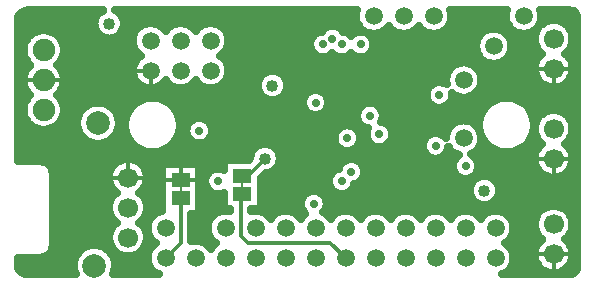
<source format=gbr>
G04 DipTrace 3.0.0.2*
G04 Bottom[GND].gbr*
%MOIN*%
G04 #@! TF.FileFunction,Copper,L4,Bot*
G04 #@! TF.Part,Single*
%ADD16C,0.059055*%
%ADD28C,0.066929*%
%ADD29C,0.074803*%
%ADD32C,0.07874*%
G04 #@! TA.AperFunction,CopperBalancing*
%ADD14C,0.012992*%
%ADD19C,0.025*%
%ADD42R,0.063X0.046*%
%ADD43R,0.008X0.025*%
G04 #@! TA.AperFunction,ViaPad*
%ADD46C,0.027559*%
%ADD48C,0.04*%
%FSLAX26Y26*%
G04*
G70*
G90*
G75*
G01*
G04 Bottom_Plane*
%LPD*%
X1193785Y775010D2*
D14*
X1212537D1*
X1268793Y831266D1*
X993718Y900024D2*
X1006265D1*
X1287545Y975031D2*
X1278167Y965653D1*
X1762450Y1012471D2*
X1765612Y1009310D1*
X1850104Y950029D2*
Y968829D1*
X1112526Y700001D2*
X1109400Y703127D1*
X1106276Y700003D1*
X2031223Y1306173D2*
D16*
X1931223D1*
X987475Y699921D2*
D14*
Y549923D1*
X937474Y499921D1*
X1193785Y715010D2*
X1187474D1*
Y575045D1*
X1212531Y549987D1*
X1487408D1*
X1537474Y499921D1*
D46*
X1850104Y1043789D3*
D48*
X1293724Y1074924D3*
D46*
X1431310Y681251D3*
D48*
X993718Y900024D3*
X1287545Y975031D3*
D46*
X1762450Y1012471D3*
X1850104Y950029D3*
D48*
X1112526Y700001D3*
D46*
X1525232Y756258D3*
X1618824Y974848D3*
X1462240Y1212556D3*
D3*
X1650083Y912525D3*
X1543701Y899970D3*
X1112526Y756258D3*
X1493736Y1231308D3*
X1525232Y1212556D3*
D48*
X1999974Y724924D3*
D46*
X1556728Y787512D3*
D48*
X749988Y1281314D3*
D46*
X1937450Y806220D3*
X1588224Y1212424D3*
X1437474Y1018673D3*
X1050020Y925026D3*
X1837451Y874971D3*
D48*
X1268793Y831266D3*
X449268Y1301234D2*
D19*
X702470D1*
X797509D2*
X1570146D1*
X1892285D2*
X2070146D1*
X2192285D2*
X2307500D1*
X448096Y1276365D2*
X698466D1*
X801465D2*
X856524D1*
X918408D2*
X956524D1*
X1018408D2*
X1056524D1*
X1118408D2*
X1578056D1*
X1884374D2*
X2078056D1*
X2277490D2*
X2307841D1*
X448096Y1251496D2*
X495585D1*
X566845D2*
X708281D1*
X791698D2*
X832549D1*
X1142382D2*
X1441436D1*
X1546045D2*
X1567705D1*
X1655273D2*
X1707157D1*
X1755273D2*
X1807157D1*
X1855273D2*
X1991289D1*
X2071436D2*
X2107157D1*
X2155273D2*
X2169512D1*
X2293261D2*
X2307841D1*
X448096Y1226627D2*
X470781D1*
X591650D2*
X826249D1*
X1148730D2*
X1419072D1*
X1631348D2*
X1973710D1*
X2089013D2*
X2166337D1*
X448096Y1201758D2*
X462559D1*
X599902D2*
X830937D1*
X1143993D2*
X1418096D1*
X1632421D2*
X1970293D1*
X2092480D2*
X2173564D1*
X2289209D2*
X2307841D1*
X448096Y1176890D2*
X464218D1*
X598241D2*
X851104D1*
X1123828D2*
X1435673D1*
X1614990D2*
X1978008D1*
X2084765D2*
X2185820D1*
X2276953D2*
X2307841D1*
X448096Y1152021D2*
X476689D1*
X585741D2*
X832841D1*
X1142138D2*
X1920829D1*
X1941860D2*
X2006328D1*
X2056396D2*
X2169706D1*
X2293066D2*
X2307841D1*
X448096Y1127152D2*
X471073D1*
X591357D2*
X826249D1*
X1148730D2*
X1880449D1*
X1982226D2*
X2166337D1*
X448096Y1102283D2*
X462656D1*
X599804D2*
X830741D1*
X1144238D2*
X1250273D1*
X1337157D2*
X1870684D1*
X1991992D2*
X2173320D1*
X2289501D2*
X2307841D1*
X448096Y1077415D2*
X464119D1*
X598340D2*
X850370D1*
X924560D2*
X950370D1*
X1024560D2*
X1050370D1*
X1124560D2*
X1242021D1*
X1345409D2*
X1820781D1*
X1990282D2*
X2196806D1*
X2265966D2*
X2307841D1*
X448096Y1052546D2*
X476249D1*
X586181D2*
X1247344D1*
X1340088D2*
X1408428D1*
X1466504D2*
X1805497D1*
X1975732D2*
X2307841D1*
X448096Y1027677D2*
X471416D1*
X591064D2*
X855058D1*
X932470D2*
X1277324D1*
X1310108D2*
X1392900D1*
X1482030D2*
X1807696D1*
X1892480D2*
X2036454D1*
X2113818D2*
X2307841D1*
X448096Y1002808D2*
X462656D1*
X599756D2*
X666142D1*
X758837D2*
X821513D1*
X966016D2*
X1395000D1*
X1479980D2*
X1583622D1*
X1654052D2*
X1834501D1*
X1865722D2*
X2002861D1*
X2147362D2*
X2307841D1*
X448096Y977940D2*
X463924D1*
X598486D2*
X647294D1*
X777685D2*
X806524D1*
X981005D2*
X1421122D1*
X1453857D2*
X1573417D1*
X1664257D2*
X1987870D1*
X2162353D2*
X2186944D1*
X2275488D2*
X2307841D1*
X448096Y953071D2*
X475860D1*
X586572D2*
X641436D1*
X783545D2*
X800370D1*
X987157D2*
X1014873D1*
X1085156D2*
X1579228D1*
X1666992D2*
X1903496D1*
X1959228D2*
X1981718D1*
X2292480D2*
X2307841D1*
X448096Y928202D2*
X516240D1*
X546192D2*
X644950D1*
X780029D2*
X801249D1*
X986280D2*
X1004575D1*
X1095409D2*
X1508720D1*
X1578661D2*
X1607500D1*
X1692676D2*
X1877276D1*
X448096Y903333D2*
X659697D1*
X765282D2*
X809306D1*
X978173D2*
X1010381D1*
X1089697D2*
X1498320D1*
X1589112D2*
X1605529D1*
X1694629D2*
X1802617D1*
X2159570D2*
X2172538D1*
X2289941D2*
X2307841D1*
X448096Y878465D2*
X827373D1*
X960156D2*
X1252226D1*
X1285352D2*
X1503936D1*
X1583446D2*
X1621269D1*
X1678857D2*
X1792070D1*
X1988525D2*
X2008720D1*
X2141504D2*
X2187529D1*
X2274902D2*
X2307841D1*
X448096Y853596D2*
X876592D1*
X910937D2*
X1222392D1*
X1315185D2*
X1797588D1*
X1877294D2*
X1892867D1*
X1969873D2*
X2057940D1*
X2092333D2*
X2170146D1*
X2292285D2*
X2307841D1*
X448096Y828727D2*
X791680D1*
X833252D2*
X1213213D1*
X1320458D2*
X1541874D1*
X1571581D2*
X1898272D1*
X1976612D2*
X2166045D1*
X556348Y803858D2*
X758037D1*
X866944D2*
X924248D1*
X1050732D2*
X1130546D1*
X1312206D2*
X1514433D1*
X1599024D2*
X1891972D1*
X1982909D2*
X2172294D1*
X2290185D2*
X2307841D1*
X563720Y778989D2*
X748125D1*
X876856D2*
X924248D1*
X1050732D2*
X1073516D1*
X1269580D2*
X1486210D1*
X1601416D2*
X1901640D1*
X1973241D2*
X2193925D1*
X2268505D2*
X2307841D1*
X563720Y754121D2*
X749004D1*
X875976D2*
X924248D1*
X1050732D2*
X1067067D1*
X1257030D2*
X1479765D1*
X1586377D2*
X1957793D1*
X2042138D2*
X2307841D1*
X563720Y729252D2*
X761260D1*
X863720D2*
X924248D1*
X1050732D2*
X1076542D1*
X1257030D2*
X1489238D1*
X1561230D2*
X1948417D1*
X2051513D2*
X2307841D1*
X563720Y704383D2*
X758378D1*
X866601D2*
X924248D1*
X1050732D2*
X1130546D1*
X1257030D2*
X1392509D1*
X1470068D2*
X1952714D1*
X2047217D2*
X2307841D1*
X563720Y679514D2*
X748222D1*
X876757D2*
X924248D1*
X1050732D2*
X1130546D1*
X1257030D2*
X1385820D1*
X1476806D2*
X1978398D1*
X2021533D2*
X2307841D1*
X563720Y654646D2*
X748857D1*
X876073D2*
X913554D1*
X1050732D2*
X1113554D1*
X1261425D2*
X1313554D1*
X1361425D2*
X1395000D1*
X1467626D2*
X1513554D1*
X1561425D2*
X1613554D1*
X1661425D2*
X1713554D1*
X1761425D2*
X1813554D1*
X1861425D2*
X1913554D1*
X1961425D2*
X2013554D1*
X2061425D2*
X2182353D1*
X2280077D2*
X2307841D1*
X563720Y629777D2*
X760869D1*
X864112D2*
X884356D1*
X1025732D2*
X1084356D1*
X2090625D2*
X2168437D1*
X2293993D2*
X2307841D1*
X563720Y604908D2*
X758769D1*
X1025732D2*
X1076396D1*
X2098534D2*
X2166484D1*
X563720Y580039D2*
X748320D1*
X1025732D2*
X1079668D1*
X2095264D2*
X2175029D1*
X2287450D2*
X2307841D1*
X563720Y555171D2*
X748760D1*
X876220D2*
X896856D1*
X1060009D2*
X1096856D1*
X2078076D2*
X2182841D1*
X2279589D2*
X2307841D1*
X561572Y530302D2*
X656865D1*
X743066D2*
X760429D1*
X864550D2*
X884648D1*
X2090282D2*
X2168633D1*
X2293848D2*
X2307841D1*
X539794Y505433D2*
X635966D1*
X763965D2*
X876445D1*
X2098486D2*
X2166386D1*
X448096Y480564D2*
X629081D1*
X770849D2*
X879472D1*
X2095458D2*
X2174688D1*
X2287744D2*
X2307841D1*
X456982Y455695D2*
X631621D1*
X768310D2*
X896269D1*
X2078710D2*
X2201982D1*
X2260449D2*
X2303301D1*
X2293919Y1226378D2*
X2292379Y1216657D1*
X2289337Y1207299D1*
X2284870Y1198530D1*
X2279087Y1190570D1*
X2272127Y1183610D1*
X2269213Y1181312D1*
X2275899Y1175487D1*
X2282350Y1167861D1*
X2287509Y1159307D1*
X2291245Y1150042D1*
X2293462Y1140302D1*
X2294112Y1131298D1*
X2293316Y1121340D1*
X2290949Y1111635D1*
X2287072Y1102429D1*
X2281782Y1093955D1*
X2275213Y1086429D1*
X2267533Y1080042D1*
X2258936Y1074954D1*
X2249640Y1071297D1*
X2239882Y1069161D1*
X2229908Y1068604D1*
X2219972Y1069635D1*
X2210325Y1072232D1*
X2201214Y1076327D1*
X2192869Y1081818D1*
X2185501Y1088563D1*
X2179298Y1096392D1*
X2174416Y1105109D1*
X2170982Y1114488D1*
X2169079Y1124295D1*
X2168757Y1134279D1*
X2170025Y1144188D1*
X2172850Y1153769D1*
X2177161Y1162781D1*
X2182849Y1170993D1*
X2189768Y1178198D1*
X2193551Y1181299D1*
X2187054Y1186953D1*
X2180664Y1194437D1*
X2175521Y1202827D1*
X2171756Y1211919D1*
X2169458Y1221487D1*
X2168686Y1231298D1*
X2169458Y1241109D1*
X2171756Y1250677D1*
X2175521Y1259769D1*
X2180664Y1268159D1*
X2187054Y1275643D1*
X2194538Y1282033D1*
X2202928Y1287176D1*
X2212020Y1290941D1*
X2221588Y1293239D1*
X2231399Y1294010D1*
X2241210Y1293239D1*
X2250778Y1290941D1*
X2259870Y1287176D1*
X2268260Y1282033D1*
X2275744Y1275643D1*
X2282134Y1268159D1*
X2287277Y1259769D1*
X2291042Y1250677D1*
X2293340Y1241109D1*
X2294112Y1231298D1*
X2293919Y1226378D1*
X2293887Y509924D2*
X2292696Y500005D1*
X2289944Y490402D1*
X2285702Y481358D1*
X2280079Y473102D1*
X2273215Y465844D1*
X2265287Y459766D1*
X2256493Y455026D1*
X2247060Y451743D1*
X2237224Y449997D1*
X2227236Y449837D1*
X2217349Y451264D1*
X2207814Y454243D1*
X2198873Y458698D1*
X2190753Y464517D1*
X2183660Y471551D1*
X2177774Y479622D1*
X2173244Y488525D1*
X2170185Y498034D1*
X2168675Y507909D1*
X2168751Y517898D1*
X2170413Y527748D1*
X2173618Y537210D1*
X2178285Y546042D1*
X2184295Y554021D1*
X2191495Y560945D1*
X2193377Y562424D1*
X2186879Y568077D1*
X2180490Y575562D1*
X2175346Y583951D1*
X2171581Y593043D1*
X2169283Y602612D1*
X2168512Y612423D1*
X2169283Y622234D1*
X2171581Y631802D1*
X2175346Y640894D1*
X2180490Y649283D1*
X2186879Y656768D1*
X2194364Y663157D1*
X2202753Y668300D1*
X2211845Y672066D1*
X2221413Y674363D1*
X2231224Y675135D1*
X2241035Y674363D1*
X2250604Y672066D1*
X2259696Y668300D1*
X2268085Y663157D1*
X2275570Y656768D1*
X2281959Y649283D1*
X2287102Y640894D1*
X2290867Y631802D1*
X2293165Y622234D1*
X2293937Y612423D1*
X2293165Y602612D1*
X2290867Y593043D1*
X2287102Y583951D1*
X2281959Y575562D1*
X2275570Y568077D1*
X2269038Y562437D1*
X2275724Y556612D1*
X2282176Y548986D1*
X2287335Y540432D1*
X2291071Y531167D1*
X2293287Y521426D1*
X2293937Y512423D1*
X2293887Y509924D1*
X984852Y936609D2*
X982609Y922447D1*
X978178Y908812D1*
X971669Y896037D1*
X963241Y884437D1*
X953104Y874299D1*
X941504Y865871D1*
X928728Y859362D1*
X915093Y854932D1*
X900932Y852689D1*
X886593D1*
X872432Y854932D1*
X858797Y859362D1*
X846021Y865871D1*
X834421Y874299D1*
X824283Y884437D1*
X815856Y896037D1*
X809346Y908812D1*
X804916Y922447D1*
X802673Y936609D1*
Y950947D1*
X804916Y965109D1*
X809346Y978744D1*
X815856Y991520D1*
X824283Y1003119D1*
X834421Y1013257D1*
X846021Y1021685D1*
X858797Y1028194D1*
X872432Y1032625D1*
X886593Y1034867D1*
X900932D1*
X915093Y1032625D1*
X928728Y1028194D1*
X941504Y1021685D1*
X953104Y1013257D1*
X963241Y1003119D1*
X971669Y991520D1*
X978178Y978744D1*
X982609Y965109D1*
X984852Y950947D1*
Y936609D1*
X2166211D2*
X2163969Y922447D1*
X2159538Y908812D1*
X2153029Y896037D1*
X2144601Y884437D1*
X2134463Y874299D1*
X2122864Y865871D1*
X2110088Y859362D1*
X2096453Y854932D1*
X2082291Y852689D1*
X2067953D1*
X2053791Y854932D1*
X2040156Y859362D1*
X2027381Y865871D1*
X2015781Y874299D1*
X2005643Y884437D1*
X1997215Y896037D1*
X1990706Y908812D1*
X1986276Y922447D1*
X1984033Y936609D1*
Y950947D1*
X1986276Y965109D1*
X1990706Y978744D1*
X1997215Y991520D1*
X2005643Y1003119D1*
X2015781Y1013257D1*
X2027381Y1021685D1*
X2040156Y1028194D1*
X2053791Y1032625D1*
X2067953Y1034867D1*
X2082291D1*
X2096453Y1032625D1*
X2110088Y1028194D1*
X2122864Y1021685D1*
X2134463Y1013257D1*
X2144601Y1003119D1*
X2153029Y991520D1*
X2159538Y978744D1*
X2163969Y965109D1*
X2166211Y950947D1*
Y936609D1*
X875007Y563819D2*
X873467Y554098D1*
X870425Y544740D1*
X865958Y535971D1*
X860175Y528010D1*
X853215Y521051D1*
X845255Y515268D1*
X836486Y510800D1*
X827127Y507758D1*
X817407Y506219D1*
X807567D1*
X797846Y507758D1*
X788488Y510800D1*
X779719Y515268D1*
X771759Y521051D1*
X764799Y528010D1*
X759016Y535971D1*
X754549Y544740D1*
X751507Y554098D1*
X749967Y563819D1*
Y573659D1*
X751507Y583379D1*
X754549Y592737D1*
X759016Y601507D1*
X764799Y609467D1*
X771759Y616426D1*
X774673Y618724D1*
X768142Y624394D1*
X761752Y631878D1*
X756609Y640268D1*
X752844Y649360D1*
X750546Y658928D1*
X749774Y668739D1*
X750546Y678550D1*
X752844Y688118D1*
X756609Y697210D1*
X761752Y705600D1*
X768142Y713084D1*
X774673Y718724D1*
X768329Y724209D1*
X761819Y731785D1*
X756593Y740299D1*
X752787Y749535D1*
X750495Y759258D1*
X749776Y769222D1*
X750648Y779173D1*
X753089Y788860D1*
X757038Y798035D1*
X762394Y806468D1*
X769020Y813944D1*
X776748Y820272D1*
X785385Y825293D1*
X794707Y828878D1*
X804483Y830938D1*
X814461Y831420D1*
X824388Y830312D1*
X834014Y827640D1*
X843093Y823475D1*
X851396Y817921D1*
X858713Y811119D1*
X864854Y803241D1*
X869669Y794489D1*
X873033Y785083D1*
X874860Y775262D1*
X875150Y766240D1*
X873958Y756321D1*
X871206Y746718D1*
X866965Y737674D1*
X861341Y729419D1*
X854478Y722160D1*
X850328Y718737D1*
X856832Y713084D1*
X863222Y705600D1*
X868365Y697210D1*
X872130Y688118D1*
X874428Y678550D1*
X875199Y668739D1*
X874428Y658928D1*
X872130Y649360D1*
X868365Y640268D1*
X863222Y631878D1*
X856832Y624394D1*
X850301Y618753D1*
X856832Y613084D1*
X863222Y605600D1*
X868365Y597210D1*
X872130Y588118D1*
X874428Y578550D1*
X875199Y568739D1*
X875007Y563819D1*
X768379Y469596D2*
X766694Y458961D1*
X763367Y448720D1*
X761930Y445605D1*
X914982Y445619D1*
X906764Y449807D1*
X899302Y455228D1*
X892781Y461749D1*
X887360Y469211D1*
X883172Y477429D1*
X880322Y486201D1*
X878879Y495310D1*
Y504533D1*
X880322Y513642D1*
X883172Y522413D1*
X887360Y530631D1*
X892781Y538093D1*
X899302Y544614D1*
X906598Y549925D1*
X899302Y555228D1*
X892781Y561749D1*
X887360Y569211D1*
X883172Y577429D1*
X880322Y586201D1*
X878879Y595310D1*
Y604533D1*
X880322Y613642D1*
X883172Y622413D1*
X887360Y630631D1*
X892781Y638093D1*
X899302Y644614D1*
X906764Y650035D1*
X914982Y654223D1*
X923753Y657073D1*
X926741Y657667D1*
X926727Y812169D1*
X1048223D1*
Y647673D1*
X1023175D1*
X1023219Y556904D1*
X1032862Y558516D1*
X1042085D1*
X1051194Y557073D1*
X1059966Y554223D1*
X1068184Y550035D1*
X1075646Y544614D1*
X1082167Y538093D1*
X1087478Y530797D1*
X1092781Y538093D1*
X1099302Y544614D1*
X1106598Y549925D1*
X1099302Y555228D1*
X1092781Y561749D1*
X1087360Y569211D1*
X1083172Y577429D1*
X1080322Y586201D1*
X1078879Y595310D1*
Y604533D1*
X1080322Y613642D1*
X1083172Y622413D1*
X1087360Y630631D1*
X1092781Y638093D1*
X1099302Y644614D1*
X1106764Y650035D1*
X1114982Y654223D1*
X1123753Y657073D1*
X1132862Y658516D1*
X1142085D1*
X1151732Y656921D1*
X1151730Y662789D1*
X1133037Y662762D1*
Y718475D1*
X1125823Y715337D1*
X1119257Y713761D1*
X1112526Y713231D1*
X1105795Y713761D1*
X1099230Y715337D1*
X1092992Y717921D1*
X1087235Y721449D1*
X1082101Y725833D1*
X1077717Y730967D1*
X1074189Y736724D1*
X1071605Y742962D1*
X1070029Y749528D1*
X1069499Y756258D1*
X1070029Y762989D1*
X1071605Y769555D1*
X1074189Y775793D1*
X1077717Y781550D1*
X1082101Y786684D1*
X1087235Y791068D1*
X1092992Y794596D1*
X1099230Y797180D1*
X1105795Y798756D1*
X1112526Y799286D1*
X1119257Y798756D1*
X1125823Y797180D1*
X1133039Y794049D1*
X1133037Y827258D1*
X1214238D1*
X1219697Y835130D1*
X1220906Y842764D1*
X1223294Y850113D1*
X1226802Y856999D1*
X1231344Y863251D1*
X1236808Y868715D1*
X1243060Y873257D1*
X1249946Y876765D1*
X1257295Y879153D1*
X1264929Y880362D1*
X1272656D1*
X1280290Y879153D1*
X1287639Y876765D1*
X1294525Y873257D1*
X1300777Y868715D1*
X1306241Y863251D1*
X1310783Y856999D1*
X1314291Y850113D1*
X1316680Y842764D1*
X1317888Y835130D1*
Y827403D1*
X1316680Y819769D1*
X1314291Y812420D1*
X1310783Y805534D1*
X1306241Y799282D1*
X1300777Y793818D1*
X1294525Y789276D1*
X1287639Y785768D1*
X1280290Y783379D1*
X1272656Y782171D1*
X1270136Y782071D1*
X1254534Y766458D1*
X1254533Y662762D1*
X1223234D1*
X1223753Y657073D1*
X1232862Y658516D1*
X1242085D1*
X1251194Y657073D1*
X1259966Y654223D1*
X1268184Y650035D1*
X1275646Y644614D1*
X1282167Y638093D1*
X1287478Y630797D1*
X1292781Y638093D1*
X1299302Y644614D1*
X1306764Y650035D1*
X1314982Y654223D1*
X1323753Y657073D1*
X1332862Y658516D1*
X1342085D1*
X1351194Y657073D1*
X1359966Y654223D1*
X1368184Y650035D1*
X1375646Y644614D1*
X1382167Y638093D1*
X1387478Y630797D1*
X1392781Y638093D1*
X1399302Y644614D1*
X1403870Y648102D1*
X1398592Y653307D1*
X1394622Y658769D1*
X1391558Y664785D1*
X1389471Y671206D1*
X1388415Y677875D1*
Y684626D1*
X1389471Y691295D1*
X1391558Y697716D1*
X1394622Y703732D1*
X1398592Y709194D1*
X1403366Y713968D1*
X1408828Y717938D1*
X1414844Y721003D1*
X1421265Y723089D1*
X1427934Y724146D1*
X1434685D1*
X1441354Y723089D1*
X1447776Y721003D1*
X1453791Y717938D1*
X1459253Y713968D1*
X1464028Y709194D1*
X1467997Y703732D1*
X1471062Y697716D1*
X1473148Y691295D1*
X1474205Y684626D1*
Y677875D1*
X1473148Y671206D1*
X1471062Y664785D1*
X1467997Y658769D1*
X1463428Y652657D1*
X1472021Y647471D1*
X1479034Y641482D1*
X1485024Y634468D1*
X1487478Y630797D1*
X1492781Y638093D1*
X1499302Y644614D1*
X1506764Y650035D1*
X1514982Y654223D1*
X1523753Y657073D1*
X1532862Y658516D1*
X1542085D1*
X1551194Y657073D1*
X1559966Y654223D1*
X1568184Y650035D1*
X1575646Y644614D1*
X1582167Y638093D1*
X1587478Y630797D1*
X1592781Y638093D1*
X1599302Y644614D1*
X1606764Y650035D1*
X1614982Y654223D1*
X1623753Y657073D1*
X1632862Y658516D1*
X1642085D1*
X1651194Y657073D1*
X1659966Y654223D1*
X1668184Y650035D1*
X1675646Y644614D1*
X1682167Y638093D1*
X1687478Y630797D1*
X1692781Y638093D1*
X1699302Y644614D1*
X1706764Y650035D1*
X1714982Y654223D1*
X1723753Y657073D1*
X1732862Y658516D1*
X1742085D1*
X1751194Y657073D1*
X1759966Y654223D1*
X1768184Y650035D1*
X1775646Y644614D1*
X1782167Y638093D1*
X1787478Y630797D1*
X1792781Y638093D1*
X1799302Y644614D1*
X1806764Y650035D1*
X1814982Y654223D1*
X1823753Y657073D1*
X1832862Y658516D1*
X1842085D1*
X1851194Y657073D1*
X1859966Y654223D1*
X1868184Y650035D1*
X1875646Y644614D1*
X1882167Y638093D1*
X1887478Y630797D1*
X1892781Y638093D1*
X1899302Y644614D1*
X1906764Y650035D1*
X1914982Y654223D1*
X1923753Y657073D1*
X1932862Y658516D1*
X1942085D1*
X1951194Y657073D1*
X1959966Y654223D1*
X1968184Y650035D1*
X1975646Y644614D1*
X1982167Y638093D1*
X1987478Y630797D1*
X1992781Y638093D1*
X1999302Y644614D1*
X2006764Y650035D1*
X2014982Y654223D1*
X2023753Y657073D1*
X2032862Y658516D1*
X2042085D1*
X2051194Y657073D1*
X2059966Y654223D1*
X2068184Y650035D1*
X2075646Y644614D1*
X2082167Y638093D1*
X2087588Y630631D1*
X2091776Y622413D1*
X2094626Y613642D1*
X2096068Y604533D1*
Y595310D1*
X2094626Y586201D1*
X2091776Y577429D1*
X2087588Y569211D1*
X2082167Y561749D1*
X2075646Y555228D1*
X2068349Y549917D1*
X2075646Y544614D1*
X2082167Y538093D1*
X2087588Y530631D1*
X2091776Y522413D1*
X2094626Y513642D1*
X2096068Y504533D1*
Y495310D1*
X2094626Y486201D1*
X2091776Y477429D1*
X2087588Y469211D1*
X2082167Y461749D1*
X2075646Y455228D1*
X2068184Y449807D1*
X2059882Y445588D1*
X2283016Y445591D1*
X2293228Y446766D1*
X2298887Y449083D1*
X2303689Y452842D1*
X2307291Y457765D1*
X2309423Y463479D1*
X2310336Y474596D1*
X2310335Y1297143D1*
X2309423Y1308216D1*
X2307291Y1313928D1*
X2303692Y1318848D1*
X2298888Y1322608D1*
X2293245Y1324925D1*
X2283010Y1326101D1*
X2186512D1*
X2188377Y1319894D1*
X2189819Y1310785D1*
Y1301562D1*
X2188377Y1292453D1*
X2185526Y1283681D1*
X2181339Y1275463D1*
X2175917Y1268001D1*
X2169396Y1261480D1*
X2161934Y1256059D1*
X2153717Y1251871D1*
X2144945Y1249021D1*
X2135836Y1247579D1*
X2126613D1*
X2117504Y1249021D1*
X2108732Y1251871D1*
X2100514Y1256059D1*
X2093052Y1261480D1*
X2086531Y1268001D1*
X2081110Y1275463D1*
X2076923Y1283681D1*
X2074072Y1292453D1*
X2072630Y1301562D1*
Y1310785D1*
X2074072Y1319894D1*
X2075980Y1326112D1*
X1886512Y1326101D1*
X1888375Y1319894D1*
X1889818Y1310785D1*
Y1301562D1*
X1888375Y1292453D1*
X1885525Y1283681D1*
X1881337Y1275463D1*
X1875916Y1268001D1*
X1869395Y1261480D1*
X1861933Y1256059D1*
X1853715Y1251871D1*
X1844944Y1249021D1*
X1835835Y1247579D1*
X1826612D1*
X1817503Y1249021D1*
X1808731Y1251871D1*
X1800513Y1256059D1*
X1793051Y1261480D1*
X1786530Y1268001D1*
X1781219Y1275298D1*
X1775916Y1268001D1*
X1769395Y1261480D1*
X1761933Y1256059D1*
X1753715Y1251871D1*
X1744944Y1249021D1*
X1735835Y1247579D1*
X1726612D1*
X1717503Y1249021D1*
X1708731Y1251871D1*
X1700513Y1256059D1*
X1693051Y1261480D1*
X1686530Y1268001D1*
X1681219Y1275298D1*
X1675916Y1268001D1*
X1669395Y1261480D1*
X1661933Y1256059D1*
X1653715Y1251871D1*
X1644944Y1249021D1*
X1635835Y1247579D1*
X1626612D1*
X1617503Y1249021D1*
X1608731Y1251871D1*
X1600513Y1256059D1*
X1593051Y1261480D1*
X1586530Y1268001D1*
X1581109Y1275463D1*
X1576921Y1283681D1*
X1574071Y1292453D1*
X1572629Y1301562D1*
Y1310785D1*
X1574071Y1319894D1*
X1575979Y1326112D1*
X770496Y1326102D1*
X778936Y1321156D1*
X784812Y1316138D1*
X789831Y1310261D1*
X793869Y1303672D1*
X796825Y1296531D1*
X798630Y1289018D1*
X799236Y1281314D1*
X798630Y1273609D1*
X796825Y1266096D1*
X793869Y1258955D1*
X789831Y1252366D1*
X784812Y1246489D1*
X778936Y1241471D1*
X772346Y1237433D1*
X765206Y1234476D1*
X757693Y1232672D1*
X749988Y1232066D1*
X742283Y1232672D1*
X734770Y1234476D1*
X727630Y1237433D1*
X721041Y1241471D1*
X715164Y1246489D1*
X710146Y1252366D1*
X706108Y1258955D1*
X703151Y1266096D1*
X701346Y1273609D1*
X700740Y1281314D1*
X701346Y1289018D1*
X703151Y1296531D1*
X706108Y1303672D1*
X710146Y1310261D1*
X715164Y1316138D1*
X721041Y1321156D1*
X727630Y1325194D1*
X729592Y1326098D1*
X478795Y1326102D1*
X468505Y1324584D1*
X461416Y1321618D1*
X455270Y1316992D1*
X450453Y1310993D1*
X447265Y1303995D1*
X445575Y1294609D1*
X445572Y822421D1*
X522059Y822262D1*
X528646Y821219D1*
X534988Y819159D1*
X540930Y816131D1*
X546325Y812211D1*
X551042Y807495D1*
X554962Y802100D1*
X557990Y796157D1*
X560050Y789815D1*
X561093Y783228D1*
X561224Y692394D1*
X561093Y540339D1*
X560050Y533752D1*
X557990Y527409D1*
X554962Y521467D1*
X551042Y516072D1*
X546325Y511356D1*
X540930Y507436D1*
X534988Y504408D1*
X528646Y502348D1*
X522059Y501304D1*
X445531Y501173D1*
X445571Y477083D1*
X447262Y467710D1*
X450454Y460697D1*
X455272Y454698D1*
X461419Y450073D1*
X468514Y447108D1*
X478772Y445591D1*
X637962D1*
X634713Y453774D1*
X632199Y464245D1*
X631354Y474979D1*
X632199Y485713D1*
X634713Y496184D1*
X638833Y506131D1*
X644459Y515312D1*
X651453Y523499D1*
X659639Y530492D1*
X668820Y536118D1*
X678768Y540239D1*
X689239Y542752D1*
X699972Y543597D1*
X710706Y542752D1*
X721177Y540239D1*
X731125Y536118D1*
X740306Y530492D1*
X748492Y523499D1*
X755486Y515312D1*
X761112Y506131D1*
X765232Y496184D1*
X767745Y485713D1*
X768591Y474979D1*
X768379Y469596D1*
X780891Y944646D2*
X779206Y934010D1*
X775879Y923770D1*
X770991Y914176D1*
X764661Y905465D1*
X757049Y897852D1*
X748337Y891522D1*
X738743Y886634D1*
X728503Y883307D1*
X717867Y881622D1*
X707101D1*
X696466Y883307D1*
X686226Y886634D1*
X676631Y891522D1*
X667920Y897852D1*
X660307Y905465D1*
X653978Y914176D1*
X649089Y923770D1*
X645762Y934010D1*
X644077Y944646D1*
Y955412D1*
X645762Y966047D1*
X649089Y976287D1*
X653978Y985882D1*
X660307Y994593D1*
X667920Y1002206D1*
X676631Y1008535D1*
X686226Y1013424D1*
X696466Y1016751D1*
X707101Y1018436D1*
X717867D1*
X728503Y1016751D1*
X738743Y1013424D1*
X748337Y1008535D1*
X757049Y1002206D1*
X764661Y994593D1*
X770991Y985882D1*
X775879Y976287D1*
X779206Y966047D1*
X780891Y955412D1*
Y944646D1*
X2089967Y1201694D2*
X2088525Y1192585D1*
X2085675Y1183814D1*
X2081487Y1175596D1*
X2076066Y1168134D1*
X2069545Y1161613D1*
X2062083Y1156192D1*
X2053865Y1152004D1*
X2045093Y1149153D1*
X2035984Y1147711D1*
X2026761D1*
X2017652Y1149153D1*
X2008881Y1152004D1*
X2000663Y1156192D1*
X1993201Y1161613D1*
X1986680Y1168134D1*
X1981259Y1175596D1*
X1977071Y1183814D1*
X1974220Y1192585D1*
X1972778Y1201694D1*
Y1210917D1*
X1974220Y1220026D1*
X1977071Y1228798D1*
X1981259Y1237016D1*
X1986680Y1244478D1*
X1993201Y1250999D1*
X2000663Y1256420D1*
X2008881Y1260608D1*
X2017652Y1263458D1*
X2026761Y1264900D1*
X2035984D1*
X2045093Y1263458D1*
X2053865Y1260608D1*
X2062083Y1256420D1*
X2069545Y1250999D1*
X2076066Y1244478D1*
X2081487Y1237016D1*
X2085675Y1228798D1*
X2088525Y1220026D1*
X2089967Y1210917D1*
Y1201694D1*
X2293887Y828674D2*
X2292696Y818756D1*
X2289944Y809152D1*
X2285702Y800109D1*
X2280079Y791853D1*
X2273215Y784594D1*
X2265287Y778517D1*
X2256493Y773777D1*
X2247060Y770493D1*
X2237224Y768748D1*
X2227236Y768588D1*
X2217349Y770014D1*
X2207814Y772993D1*
X2198873Y777449D1*
X2190753Y783268D1*
X2183660Y790302D1*
X2177774Y798373D1*
X2173244Y807276D1*
X2170185Y816785D1*
X2168675Y826660D1*
X2168751Y836648D1*
X2170413Y846499D1*
X2173618Y855961D1*
X2178285Y864793D1*
X2184295Y872772D1*
X2191495Y879695D1*
X2193377Y881174D1*
X2186879Y886828D1*
X2180490Y894312D1*
X2175346Y902702D1*
X2171581Y911794D1*
X2169283Y921362D1*
X2168512Y931173D1*
X2169283Y940984D1*
X2171581Y950552D1*
X2175346Y959644D1*
X2180490Y968034D1*
X2186879Y975518D1*
X2194364Y981908D1*
X2202753Y987051D1*
X2211845Y990816D1*
X2221413Y993114D1*
X2231224Y993886D1*
X2241035Y993114D1*
X2250604Y990816D1*
X2259696Y987051D1*
X2268085Y981908D1*
X2275570Y975518D1*
X2281959Y968034D1*
X2287102Y959644D1*
X2290867Y950552D1*
X2293165Y940984D1*
X2293937Y931173D1*
X2293165Y921362D1*
X2290867Y911794D1*
X2287102Y902702D1*
X2281959Y894312D1*
X2275570Y886828D1*
X2269038Y881188D1*
X2275724Y875362D1*
X2282176Y867736D1*
X2287335Y859182D1*
X2291071Y849917D1*
X2293287Y840177D1*
X2293937Y831173D1*
X2293887Y828674D1*
X597664Y988444D2*
X596029Y978114D1*
X592797Y968168D1*
X588049Y958849D1*
X581902Y950387D1*
X574507Y942992D1*
X566045Y936845D1*
X556726Y932097D1*
X546780Y928865D1*
X536450Y927230D1*
X525991D1*
X515661Y928865D1*
X505715Y932097D1*
X496396Y936845D1*
X487934Y942992D1*
X480539Y950387D1*
X474392Y958849D1*
X469644Y968168D1*
X466412Y978114D1*
X464777Y988444D1*
Y998903D1*
X466412Y1009232D1*
X469644Y1019178D1*
X474392Y1028497D1*
X480539Y1036959D1*
X487169Y1043646D1*
X480394Y1050560D1*
X474520Y1058642D1*
X469920Y1067510D1*
X466698Y1076967D1*
X464927Y1086799D1*
X464643Y1096786D1*
X465857Y1106703D1*
X468539Y1116327D1*
X472629Y1125442D1*
X478035Y1133842D1*
X484638Y1141341D1*
X487157Y1143664D1*
X480539Y1150387D1*
X474392Y1158849D1*
X469644Y1168168D1*
X466412Y1178114D1*
X464777Y1188444D1*
Y1198903D1*
X466412Y1209232D1*
X469644Y1219178D1*
X474392Y1228497D1*
X480539Y1236959D1*
X487934Y1244354D1*
X496396Y1250501D1*
X505715Y1255249D1*
X515661Y1258482D1*
X525991Y1260117D1*
X536450D1*
X546780Y1258482D1*
X556726Y1255249D1*
X566045Y1250501D1*
X574507Y1244354D1*
X581902Y1236959D1*
X588049Y1228497D1*
X592797Y1219178D1*
X596029Y1209232D1*
X597664Y1198903D1*
Y1188444D1*
X596029Y1178114D1*
X592797Y1168168D1*
X588049Y1158849D1*
X581902Y1150387D1*
X575272Y1143701D1*
X582442Y1136316D1*
X588241Y1128181D1*
X592759Y1119270D1*
X595894Y1109783D1*
X597575Y1099936D1*
X597823Y1091173D1*
X596701Y1081247D1*
X594108Y1071598D1*
X590102Y1062446D1*
X584773Y1053996D1*
X578240Y1046437D1*
X575276Y1043674D1*
X581902Y1036959D1*
X588049Y1028497D1*
X592797Y1019178D1*
X596029Y1009232D1*
X597664Y998903D1*
Y988444D1*
X1989949Y1089182D2*
X1988507Y1080073D1*
X1985656Y1071302D1*
X1981469Y1063084D1*
X1976047Y1055622D1*
X1969526Y1049101D1*
X1962064Y1043680D1*
X1953846Y1039492D1*
X1945075Y1036642D1*
X1935966Y1035199D1*
X1926743D1*
X1917634Y1036642D1*
X1908862Y1039492D1*
X1900644Y1043680D1*
X1892745Y1049504D1*
X1893131Y1043789D1*
X1892601Y1037058D1*
X1891025Y1030492D1*
X1888441Y1024255D1*
X1884913Y1018497D1*
X1880529Y1013363D1*
X1875395Y1008979D1*
X1869638Y1005451D1*
X1863400Y1002867D1*
X1856835Y1001291D1*
X1850104Y1000761D1*
X1843373Y1001291D1*
X1836807Y1002867D1*
X1830570Y1005451D1*
X1824812Y1008979D1*
X1819678Y1013363D1*
X1815294Y1018497D1*
X1811766Y1024255D1*
X1809182Y1030492D1*
X1807606Y1037058D1*
X1807076Y1043789D1*
X1807606Y1050520D1*
X1809182Y1057085D1*
X1811766Y1063323D1*
X1815294Y1069080D1*
X1819678Y1074214D1*
X1824812Y1078598D1*
X1830570Y1082126D1*
X1836807Y1084710D1*
X1843373Y1086286D1*
X1850104Y1086816D1*
X1856835Y1086286D1*
X1863400Y1084710D1*
X1869638Y1082126D1*
X1874396Y1079266D1*
X1872760Y1089182D1*
Y1098405D1*
X1874202Y1107514D1*
X1877052Y1116286D1*
X1881240Y1124504D1*
X1886661Y1131966D1*
X1893182Y1138487D1*
X1900644Y1143908D1*
X1908862Y1148096D1*
X1917634Y1150946D1*
X1926743Y1152388D1*
X1935966D1*
X1945075Y1150946D1*
X1953846Y1148096D1*
X1962064Y1143908D1*
X1969526Y1138487D1*
X1976047Y1131966D1*
X1981469Y1124504D1*
X1985656Y1116286D1*
X1988507Y1107514D1*
X1989949Y1098405D1*
Y1089182D1*
Y895442D2*
X1988507Y886333D1*
X1985656Y877562D1*
X1981469Y869344D1*
X1976047Y861882D1*
X1969526Y855361D1*
X1962064Y849940D1*
X1954125Y845881D1*
X1959932Y842908D1*
X1965394Y838938D1*
X1970168Y834164D1*
X1974138Y828702D1*
X1977202Y822686D1*
X1979289Y816265D1*
X1980345Y809596D1*
Y802845D1*
X1979289Y796176D1*
X1977202Y789755D1*
X1974138Y783739D1*
X1970168Y778277D1*
X1965394Y773503D1*
X1959932Y769533D1*
X1953916Y766468D1*
X1947495Y764382D1*
X1940825Y763325D1*
X1934075D1*
X1927406Y764382D1*
X1920984Y766468D1*
X1914969Y769533D1*
X1909507Y773503D1*
X1904732Y778277D1*
X1900762Y783739D1*
X1897698Y789755D1*
X1895612Y796176D1*
X1894555Y802845D1*
Y809596D1*
X1895612Y816265D1*
X1897698Y822686D1*
X1900762Y828702D1*
X1904732Y834164D1*
X1909507Y838938D1*
X1915808Y843378D1*
X1908862Y845752D1*
X1900644Y849940D1*
X1893182Y855361D1*
X1886661Y861882D1*
X1881240Y869344D1*
X1880298Y871026D1*
X1879290Y864926D1*
X1877203Y858505D1*
X1874139Y852489D1*
X1870169Y847028D1*
X1865395Y842253D1*
X1859933Y838283D1*
X1853917Y835219D1*
X1847496Y833132D1*
X1840827Y832076D1*
X1834076D1*
X1827407Y833132D1*
X1820986Y835219D1*
X1814970Y838283D1*
X1809508Y842253D1*
X1804734Y847028D1*
X1800764Y852489D1*
X1797699Y858505D1*
X1795613Y864926D1*
X1794556Y871596D1*
Y878346D1*
X1795613Y885016D1*
X1797699Y891437D1*
X1800764Y897453D1*
X1804734Y902915D1*
X1809508Y907689D1*
X1814970Y911659D1*
X1820986Y914723D1*
X1827407Y916810D1*
X1834076Y917866D1*
X1840827D1*
X1847496Y916810D1*
X1853917Y914723D1*
X1859933Y911659D1*
X1865395Y907689D1*
X1870169Y902915D1*
X1872579Y900054D1*
X1873302Y909248D1*
X1875455Y918216D1*
X1878984Y926737D1*
X1883804Y934601D1*
X1889794Y941614D1*
X1896807Y947604D1*
X1904671Y952424D1*
X1913192Y955953D1*
X1922160Y958106D1*
X1931354Y958829D1*
X1940549Y958106D1*
X1949517Y955953D1*
X1958038Y952424D1*
X1965902Y947604D1*
X1972915Y941614D1*
X1978904Y934601D1*
X1983724Y926737D1*
X1987253Y918216D1*
X1989407Y909248D1*
X1990130Y900054D1*
X1989949Y895442D1*
X937478Y1094030D2*
X933159Y1087941D1*
X928080Y1082428D1*
X922343Y1077606D1*
X916037Y1073554D1*
X909268Y1070337D1*
X902144Y1068008D1*
X894782Y1066604D1*
X887301Y1066148D1*
X879823Y1066648D1*
X872469Y1068097D1*
X865360Y1070468D1*
X858609Y1073726D1*
X852328Y1077815D1*
X846619Y1082672D1*
X841575Y1088214D1*
X837276Y1094354D1*
X833794Y1100991D1*
X831185Y1108017D1*
X829491Y1115318D1*
X828740Y1122776D1*
X828944Y1130268D1*
X830100Y1137673D1*
X832189Y1144870D1*
X835177Y1151744D1*
X839016Y1158182D1*
X843642Y1164079D1*
X848980Y1169339D1*
X856587Y1174917D1*
X849304Y1180231D1*
X842783Y1186752D1*
X837362Y1194214D1*
X833175Y1202432D1*
X830324Y1211203D1*
X828882Y1220312D1*
Y1229535D1*
X830324Y1238644D1*
X833175Y1247416D1*
X837362Y1255634D1*
X842783Y1263096D1*
X849304Y1269617D1*
X856766Y1275038D1*
X864984Y1279226D1*
X873756Y1282076D1*
X882865Y1283518D1*
X892088D1*
X901197Y1282076D1*
X909969Y1279226D1*
X918186Y1275038D1*
X925648Y1269617D1*
X932169Y1263096D1*
X937480Y1255799D1*
X942783Y1263096D1*
X949304Y1269617D1*
X956766Y1275038D1*
X964984Y1279226D1*
X973756Y1282076D1*
X982865Y1283518D1*
X992088D1*
X1001197Y1282076D1*
X1009969Y1279226D1*
X1018186Y1275038D1*
X1025648Y1269617D1*
X1032169Y1263096D1*
X1037480Y1255799D1*
X1042783Y1263096D1*
X1049304Y1269617D1*
X1056766Y1275038D1*
X1064984Y1279226D1*
X1073756Y1282076D1*
X1082865Y1283518D1*
X1092088D1*
X1101197Y1282076D1*
X1109969Y1279226D1*
X1118186Y1275038D1*
X1125648Y1269617D1*
X1132169Y1263096D1*
X1137591Y1255634D1*
X1141778Y1247416D1*
X1144629Y1238644D1*
X1146071Y1229535D1*
Y1220312D1*
X1144629Y1211203D1*
X1141778Y1202432D1*
X1137591Y1194214D1*
X1132169Y1186752D1*
X1125648Y1180231D1*
X1118352Y1174920D1*
X1125648Y1169617D1*
X1132169Y1163096D1*
X1137591Y1155634D1*
X1141778Y1147416D1*
X1144629Y1138644D1*
X1146071Y1129535D1*
Y1120312D1*
X1144629Y1111203D1*
X1141778Y1102432D1*
X1137591Y1094214D1*
X1132169Y1086752D1*
X1125648Y1080231D1*
X1118186Y1074810D1*
X1109969Y1070622D1*
X1101197Y1067772D1*
X1092088Y1066329D1*
X1082865D1*
X1073756Y1067772D1*
X1064984Y1070622D1*
X1056766Y1074810D1*
X1049304Y1080231D1*
X1042783Y1086752D1*
X1037472Y1094049D1*
X1032169Y1086752D1*
X1025648Y1080231D1*
X1018186Y1074810D1*
X1009969Y1070622D1*
X1001197Y1067772D1*
X992088Y1066329D1*
X982865D1*
X973756Y1067772D1*
X964984Y1070622D1*
X956766Y1074810D1*
X949304Y1080231D1*
X942783Y1086752D1*
X937472Y1094049D1*
X1342820Y1071060D2*
X1341612Y1063426D1*
X1339223Y1056077D1*
X1335715Y1049192D1*
X1331173Y1042940D1*
X1325709Y1037475D1*
X1319457Y1032933D1*
X1312571Y1029425D1*
X1305222Y1027037D1*
X1297588Y1025828D1*
X1289861D1*
X1282227Y1027037D1*
X1274878Y1029425D1*
X1267992Y1032933D1*
X1261740Y1037475D1*
X1256276Y1042940D1*
X1251734Y1049192D1*
X1248226Y1056077D1*
X1245837Y1063426D1*
X1244629Y1071060D1*
Y1078787D1*
X1245837Y1086421D1*
X1248226Y1093770D1*
X1251734Y1100656D1*
X1256276Y1106908D1*
X1261740Y1112373D1*
X1267992Y1116915D1*
X1274878Y1120423D1*
X1282227Y1122811D1*
X1289861Y1124020D1*
X1297588D1*
X1305222Y1122811D1*
X1312571Y1120423D1*
X1319457Y1116915D1*
X1325709Y1112373D1*
X1331173Y1106908D1*
X1335715Y1100656D1*
X1339223Y1093770D1*
X1341612Y1086421D1*
X1342820Y1078787D1*
Y1071060D1*
X1566932Y745719D2*
X1564984Y739793D1*
X1561920Y733777D1*
X1557950Y728315D1*
X1553176Y723541D1*
X1547714Y719571D1*
X1541698Y716507D1*
X1535277Y714420D1*
X1528608Y713363D1*
X1521857D1*
X1515188Y714420D1*
X1508766Y716507D1*
X1502751Y719571D1*
X1497289Y723541D1*
X1492514Y728315D1*
X1488545Y733777D1*
X1485480Y739793D1*
X1483394Y746214D1*
X1482337Y752883D1*
Y759634D1*
X1483394Y766303D1*
X1485480Y772724D1*
X1488545Y778740D1*
X1492514Y784202D1*
X1497289Y788976D1*
X1502751Y792946D1*
X1508766Y796010D1*
X1515022Y798051D1*
X1516976Y803978D1*
X1520041Y809993D1*
X1524010Y815455D1*
X1528785Y820230D1*
X1534247Y824199D1*
X1540262Y827264D1*
X1546684Y829350D1*
X1553353Y830407D1*
X1560104D1*
X1566773Y829350D1*
X1573194Y827264D1*
X1579210Y824199D1*
X1584672Y820230D1*
X1589446Y815455D1*
X1593416Y809993D1*
X1596480Y803978D1*
X1598567Y797556D1*
X1599623Y790887D1*
Y784136D1*
X1598567Y777467D1*
X1596480Y771046D1*
X1593416Y765030D1*
X1589446Y759568D1*
X1584672Y754794D1*
X1579210Y750824D1*
X1573194Y747760D1*
X1566938Y745719D1*
X1661719Y971472D2*
X1660663Y964803D1*
X1658576Y958382D1*
X1656988Y955003D1*
X1663379Y953446D1*
X1669617Y950862D1*
X1675374Y947335D1*
X1680508Y942950D1*
X1684892Y937816D1*
X1688420Y932059D1*
X1691004Y925821D1*
X1692580Y919256D1*
X1693110Y912525D1*
X1692580Y905794D1*
X1691004Y899228D1*
X1688420Y892991D1*
X1684892Y887234D1*
X1680508Y882100D1*
X1675374Y877715D1*
X1669617Y874188D1*
X1663379Y871604D1*
X1656814Y870028D1*
X1650083Y869497D1*
X1643352Y870028D1*
X1636786Y871604D1*
X1630549Y874188D1*
X1624791Y877715D1*
X1619657Y882100D1*
X1615273Y887234D1*
X1611745Y892991D1*
X1609161Y899228D1*
X1607585Y905794D1*
X1607055Y912525D1*
X1607585Y919256D1*
X1609161Y925821D1*
X1611919Y932370D1*
X1605528Y933926D1*
X1599290Y936510D1*
X1593533Y940038D1*
X1588399Y944423D1*
X1584014Y949556D1*
X1580487Y955314D1*
X1577903Y961551D1*
X1576327Y968117D1*
X1575797Y974848D1*
X1576327Y981579D1*
X1577903Y988144D1*
X1580487Y994382D1*
X1584014Y1000139D1*
X1588399Y1005273D1*
X1593533Y1009657D1*
X1599290Y1013185D1*
X1605528Y1015769D1*
X1612093Y1017345D1*
X1618824Y1017875D1*
X1625555Y1017345D1*
X1632121Y1015769D1*
X1638358Y1013185D1*
X1644115Y1009657D1*
X1649249Y1005273D1*
X1653634Y1000139D1*
X1657161Y994382D1*
X1659745Y988144D1*
X1661322Y981579D1*
X1661852Y974848D1*
X1661719Y971472D1*
X1493714Y1183265D2*
X1487531Y1177747D1*
X1481774Y1174219D1*
X1475537Y1171635D1*
X1468971Y1170059D1*
X1462240Y1169529D1*
X1455509Y1170059D1*
X1448944Y1171635D1*
X1442706Y1174219D1*
X1436949Y1177747D1*
X1431815Y1182131D1*
X1427430Y1187265D1*
X1423903Y1193022D1*
X1421319Y1199260D1*
X1419743Y1205825D1*
X1419213Y1212556D1*
X1419743Y1219287D1*
X1421319Y1225853D1*
X1423903Y1232091D1*
X1427430Y1237848D1*
X1431815Y1242982D1*
X1436949Y1247366D1*
X1442706Y1250894D1*
X1448944Y1253478D1*
X1455509Y1255054D1*
X1458064Y1255357D1*
X1463311Y1261734D1*
X1468445Y1266118D1*
X1474202Y1269646D1*
X1480440Y1272230D1*
X1487005Y1273806D1*
X1493736Y1274336D1*
X1500467Y1273806D1*
X1507033Y1272230D1*
X1513270Y1269646D1*
X1519028Y1266118D1*
X1524161Y1261734D1*
X1529360Y1255382D1*
X1535277Y1254395D1*
X1541698Y1252308D1*
X1547714Y1249244D1*
X1553176Y1245274D1*
X1556760Y1241790D1*
X1562933Y1247234D1*
X1568690Y1250761D1*
X1574928Y1253345D1*
X1581493Y1254921D1*
X1588224Y1255451D1*
X1594955Y1254921D1*
X1601521Y1253345D1*
X1607759Y1250761D1*
X1613516Y1247234D1*
X1618650Y1242849D1*
X1623034Y1237715D1*
X1626562Y1231958D1*
X1629146Y1225720D1*
X1630722Y1219155D1*
X1631252Y1212424D1*
X1630722Y1205693D1*
X1629146Y1199127D1*
X1626562Y1192890D1*
X1623034Y1187132D1*
X1618650Y1181999D1*
X1613516Y1177614D1*
X1607759Y1174087D1*
X1601521Y1171503D1*
X1594955Y1169926D1*
X1588224Y1169396D1*
X1581493Y1169926D1*
X1574928Y1171503D1*
X1568690Y1174087D1*
X1562933Y1177614D1*
X1556697Y1183190D1*
X1550524Y1177747D1*
X1544766Y1174219D1*
X1538529Y1171635D1*
X1531963Y1170059D1*
X1525232Y1169529D1*
X1518501Y1170059D1*
X1511936Y1171635D1*
X1505698Y1174219D1*
X1499941Y1177747D1*
X1493759Y1183265D1*
X1487531Y1177747D1*
X1481774Y1174219D1*
X1475537Y1171635D1*
X1468971Y1170059D1*
X1462240Y1169529D1*
X1455509Y1170059D1*
X1448944Y1171635D1*
X1442706Y1174219D1*
X1436949Y1177747D1*
X1431815Y1182131D1*
X1427430Y1187265D1*
X1423903Y1193022D1*
X1421319Y1199260D1*
X1419743Y1205825D1*
X1419213Y1212556D1*
X1419743Y1219287D1*
X1421319Y1225853D1*
X1423903Y1232091D1*
X1427430Y1237848D1*
X1431815Y1242982D1*
X1436949Y1247366D1*
X1442706Y1250894D1*
X1448944Y1253478D1*
X1455509Y1255054D1*
X1458064Y1255357D1*
X1586596Y896594D2*
X1585539Y889925D1*
X1583453Y883504D1*
X1580388Y877488D1*
X1576419Y872026D1*
X1571644Y867252D1*
X1566182Y863282D1*
X1560167Y860218D1*
X1553745Y858131D1*
X1547076Y857075D1*
X1540325D1*
X1533656Y858131D1*
X1527235Y860218D1*
X1521219Y863282D1*
X1515757Y867252D1*
X1510983Y872026D1*
X1507013Y877488D1*
X1503949Y883504D1*
X1501862Y889925D1*
X1500806Y896594D1*
Y903345D1*
X1501862Y910014D1*
X1503949Y916436D1*
X1507013Y922451D1*
X1510983Y927913D1*
X1515757Y932688D1*
X1521219Y936657D1*
X1527235Y939722D1*
X1533656Y941808D1*
X1540325Y942865D1*
X1547076D1*
X1553745Y941808D1*
X1560167Y939722D1*
X1566182Y936657D1*
X1571644Y932688D1*
X1576419Y927913D1*
X1580388Y922451D1*
X1583453Y916436D1*
X1585539Y910014D1*
X1586596Y903345D1*
Y896594D1*
X2049070Y721060D2*
X2047861Y713426D1*
X2045472Y706077D1*
X2041965Y699192D1*
X2037423Y692940D1*
X2031958Y687475D1*
X2025706Y682933D1*
X2018820Y679425D1*
X2011471Y677037D1*
X2003837Y675828D1*
X1996110D1*
X1988476Y677037D1*
X1981127Y679425D1*
X1974241Y682933D1*
X1967990Y687475D1*
X1962525Y692940D1*
X1957983Y699192D1*
X1954475Y706077D1*
X1952087Y713426D1*
X1950878Y721060D1*
Y728787D1*
X1952087Y736421D1*
X1954475Y743770D1*
X1957983Y750656D1*
X1962525Y756908D1*
X1967990Y762373D1*
X1974241Y766915D1*
X1981127Y770423D1*
X1988476Y772811D1*
X1996110Y774020D1*
X2003837D1*
X2011471Y772811D1*
X2018820Y770423D1*
X2025706Y766915D1*
X2031958Y762373D1*
X2037423Y756908D1*
X2041965Y750656D1*
X2045472Y743770D1*
X2047861Y736421D1*
X2049070Y728787D1*
Y721060D1*
X1480369Y1015298D2*
X1479312Y1008629D1*
X1477226Y1002207D1*
X1474161Y996192D1*
X1470192Y990730D1*
X1465417Y985955D1*
X1459955Y981986D1*
X1453940Y978921D1*
X1447518Y976835D1*
X1440849Y975778D1*
X1434098D1*
X1427429Y976835D1*
X1421008Y978921D1*
X1414992Y981986D1*
X1409530Y985955D1*
X1404756Y990730D1*
X1400786Y996192D1*
X1397722Y1002207D1*
X1395635Y1008629D1*
X1394579Y1015298D1*
Y1022049D1*
X1395635Y1028718D1*
X1397722Y1035139D1*
X1400786Y1041155D1*
X1404756Y1046617D1*
X1409530Y1051391D1*
X1414992Y1055361D1*
X1421008Y1058425D1*
X1427429Y1060512D1*
X1434098Y1061568D1*
X1440849D1*
X1447518Y1060512D1*
X1453940Y1058425D1*
X1459955Y1055361D1*
X1465417Y1051391D1*
X1470192Y1046617D1*
X1474161Y1041155D1*
X1477226Y1035139D1*
X1479312Y1028718D1*
X1480369Y1022049D1*
Y1015298D1*
X1092915Y921651D2*
X1091858Y914982D1*
X1089772Y908560D1*
X1086707Y902545D1*
X1082738Y897083D1*
X1077963Y892308D1*
X1072501Y888339D1*
X1066486Y885274D1*
X1060064Y883188D1*
X1053395Y882131D1*
X1046644D1*
X1039975Y883188D1*
X1033554Y885274D1*
X1027538Y888339D1*
X1022076Y892308D1*
X1017302Y897083D1*
X1013332Y902545D1*
X1010268Y908560D1*
X1008181Y914982D1*
X1007125Y921651D1*
Y928402D1*
X1008181Y935071D1*
X1010268Y941492D1*
X1013332Y947508D1*
X1017302Y952970D1*
X1022076Y957744D1*
X1027538Y961714D1*
X1033554Y964778D1*
X1039975Y966865D1*
X1046644Y967921D1*
X1053395D1*
X1060064Y966865D1*
X1066486Y964778D1*
X1072501Y961714D1*
X1077963Y957744D1*
X1082738Y952970D1*
X1086707Y947508D1*
X1089772Y941492D1*
X1091858Y935071D1*
X1092915Y928402D1*
Y921651D1*
X2231399Y1131298D2*
D14*
Y1068634D1*
X2168735Y1131298D2*
X2294063D1*
X2231224Y512423D2*
Y449758D1*
X2168560Y512423D2*
X2293888D1*
X812487Y831403D2*
Y768739D1*
X749823D2*
X875151D1*
X2231224Y831173D2*
Y768509D1*
X2168560Y831173D2*
X2293888D1*
X464619Y1093673D2*
X597822D1*
X987475Y812121D2*
Y759921D1*
X926776D2*
X1048175D1*
X887476Y1124924D2*
Y1066197D1*
X828749Y1124924D2*
X887476D1*
D28*
X2231399Y1231298D3*
Y1131298D3*
X2231224Y512423D3*
Y612423D3*
X812487Y568739D3*
Y668739D3*
Y768739D3*
D32*
X593723Y474924D3*
X699972Y474979D3*
D16*
X1631223Y1306173D3*
X1731223D3*
X1831223D3*
X1931223D3*
X2031223D3*
X2131224D3*
D32*
X712484Y950029D3*
D16*
X2031373Y1206306D3*
D28*
X2231224Y831173D3*
Y931173D3*
D29*
X531220Y993673D3*
Y1093673D3*
Y1193673D3*
D16*
X2037474Y599921D3*
Y499921D3*
X1937474Y599921D3*
Y499921D3*
X1837474Y599921D3*
Y499921D3*
X1737474Y599921D3*
Y499921D3*
X1637474Y599921D3*
Y499921D3*
X1537474Y599921D3*
Y499921D3*
X1437474Y599921D3*
Y499921D3*
X1337474Y599921D3*
Y499921D3*
X1237474Y599921D3*
Y499921D3*
X1137474Y599921D3*
Y499921D3*
X1037474Y599921D3*
Y499921D3*
X937474Y599921D3*
Y499921D3*
D42*
X1193785Y775010D3*
Y715010D3*
D43*
Y745010D3*
D42*
X987475Y759921D3*
Y699921D3*
D43*
Y729921D3*
D16*
X1931354Y1093794D3*
Y900054D3*
X887476Y1124924D3*
X987476D3*
X1087476D3*
Y1224924D3*
X987476D3*
X887476D3*
M02*

</source>
